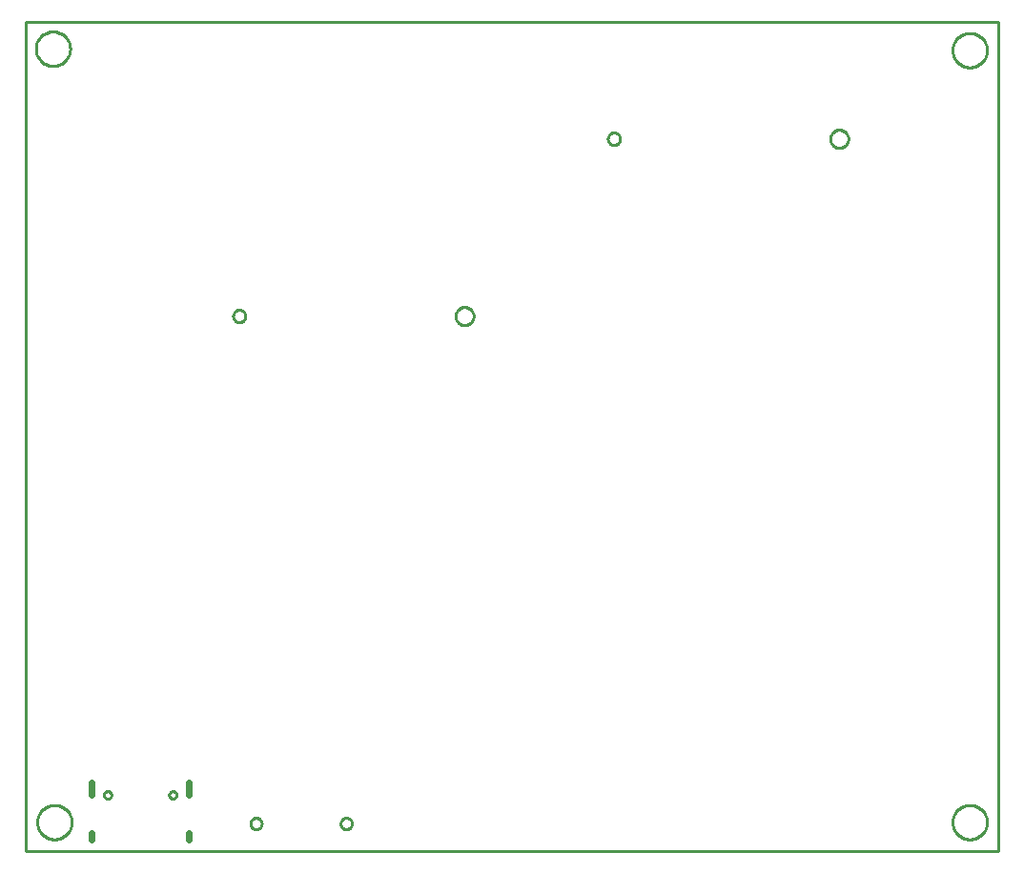
<source format=gko>
G04 EAGLE Gerber RS-274X export*
G75*
%MOMM*%
%FSLAX34Y34*%
%LPD*%
%IN*%
%IPPOS*%
%AMOC8*
5,1,8,0,0,1.08239X$1,22.5*%
G01*
%ADD10C,0.203200*%
%ADD11C,0.000000*%
%ADD12C,0.600000*%
%ADD13C,0.254000*%


D10*
X863600Y0D02*
X0Y0D01*
X0Y736600D02*
X863600Y736600D01*
X863600Y0D01*
X0Y0D02*
X0Y736600D01*
D11*
X8890Y712470D02*
X8895Y712844D01*
X8908Y713218D01*
X8931Y713591D01*
X8963Y713964D01*
X9005Y714336D01*
X9055Y714706D01*
X9114Y715075D01*
X9183Y715443D01*
X9260Y715809D01*
X9347Y716173D01*
X9442Y716535D01*
X9546Y716894D01*
X9659Y717251D01*
X9781Y717604D01*
X9911Y717955D01*
X10050Y718302D01*
X10197Y718646D01*
X10353Y718986D01*
X10517Y719322D01*
X10690Y719654D01*
X10870Y719982D01*
X11058Y720305D01*
X11254Y720623D01*
X11458Y720937D01*
X11670Y721245D01*
X11889Y721548D01*
X12116Y721846D01*
X12349Y722138D01*
X12590Y722424D01*
X12838Y722705D01*
X13092Y722979D01*
X13354Y723246D01*
X13621Y723508D01*
X13895Y723762D01*
X14176Y724010D01*
X14462Y724251D01*
X14754Y724484D01*
X15052Y724711D01*
X15355Y724930D01*
X15663Y725142D01*
X15977Y725346D01*
X16295Y725542D01*
X16618Y725730D01*
X16946Y725910D01*
X17278Y726083D01*
X17614Y726247D01*
X17954Y726403D01*
X18298Y726550D01*
X18645Y726689D01*
X18996Y726819D01*
X19349Y726941D01*
X19706Y727054D01*
X20065Y727158D01*
X20427Y727253D01*
X20791Y727340D01*
X21157Y727417D01*
X21525Y727486D01*
X21894Y727545D01*
X22264Y727595D01*
X22636Y727637D01*
X23009Y727669D01*
X23382Y727692D01*
X23756Y727705D01*
X24130Y727710D01*
X24504Y727705D01*
X24878Y727692D01*
X25251Y727669D01*
X25624Y727637D01*
X25996Y727595D01*
X26366Y727545D01*
X26735Y727486D01*
X27103Y727417D01*
X27469Y727340D01*
X27833Y727253D01*
X28195Y727158D01*
X28554Y727054D01*
X28911Y726941D01*
X29264Y726819D01*
X29615Y726689D01*
X29962Y726550D01*
X30306Y726403D01*
X30646Y726247D01*
X30982Y726083D01*
X31314Y725910D01*
X31642Y725730D01*
X31965Y725542D01*
X32283Y725346D01*
X32597Y725142D01*
X32905Y724930D01*
X33208Y724711D01*
X33506Y724484D01*
X33798Y724251D01*
X34084Y724010D01*
X34365Y723762D01*
X34639Y723508D01*
X34906Y723246D01*
X35168Y722979D01*
X35422Y722705D01*
X35670Y722424D01*
X35911Y722138D01*
X36144Y721846D01*
X36371Y721548D01*
X36590Y721245D01*
X36802Y720937D01*
X37006Y720623D01*
X37202Y720305D01*
X37390Y719982D01*
X37570Y719654D01*
X37743Y719322D01*
X37907Y718986D01*
X38063Y718646D01*
X38210Y718302D01*
X38349Y717955D01*
X38479Y717604D01*
X38601Y717251D01*
X38714Y716894D01*
X38818Y716535D01*
X38913Y716173D01*
X39000Y715809D01*
X39077Y715443D01*
X39146Y715075D01*
X39205Y714706D01*
X39255Y714336D01*
X39297Y713964D01*
X39329Y713591D01*
X39352Y713218D01*
X39365Y712844D01*
X39370Y712470D01*
X39365Y712096D01*
X39352Y711722D01*
X39329Y711349D01*
X39297Y710976D01*
X39255Y710604D01*
X39205Y710234D01*
X39146Y709865D01*
X39077Y709497D01*
X39000Y709131D01*
X38913Y708767D01*
X38818Y708405D01*
X38714Y708046D01*
X38601Y707689D01*
X38479Y707336D01*
X38349Y706985D01*
X38210Y706638D01*
X38063Y706294D01*
X37907Y705954D01*
X37743Y705618D01*
X37570Y705286D01*
X37390Y704958D01*
X37202Y704635D01*
X37006Y704317D01*
X36802Y704003D01*
X36590Y703695D01*
X36371Y703392D01*
X36144Y703094D01*
X35911Y702802D01*
X35670Y702516D01*
X35422Y702235D01*
X35168Y701961D01*
X34906Y701694D01*
X34639Y701432D01*
X34365Y701178D01*
X34084Y700930D01*
X33798Y700689D01*
X33506Y700456D01*
X33208Y700229D01*
X32905Y700010D01*
X32597Y699798D01*
X32283Y699594D01*
X31965Y699398D01*
X31642Y699210D01*
X31314Y699030D01*
X30982Y698857D01*
X30646Y698693D01*
X30306Y698537D01*
X29962Y698390D01*
X29615Y698251D01*
X29264Y698121D01*
X28911Y697999D01*
X28554Y697886D01*
X28195Y697782D01*
X27833Y697687D01*
X27469Y697600D01*
X27103Y697523D01*
X26735Y697454D01*
X26366Y697395D01*
X25996Y697345D01*
X25624Y697303D01*
X25251Y697271D01*
X24878Y697248D01*
X24504Y697235D01*
X24130Y697230D01*
X23756Y697235D01*
X23382Y697248D01*
X23009Y697271D01*
X22636Y697303D01*
X22264Y697345D01*
X21894Y697395D01*
X21525Y697454D01*
X21157Y697523D01*
X20791Y697600D01*
X20427Y697687D01*
X20065Y697782D01*
X19706Y697886D01*
X19349Y697999D01*
X18996Y698121D01*
X18645Y698251D01*
X18298Y698390D01*
X17954Y698537D01*
X17614Y698693D01*
X17278Y698857D01*
X16946Y699030D01*
X16618Y699210D01*
X16295Y699398D01*
X15977Y699594D01*
X15663Y699798D01*
X15355Y700010D01*
X15052Y700229D01*
X14754Y700456D01*
X14462Y700689D01*
X14176Y700930D01*
X13895Y701178D01*
X13621Y701432D01*
X13354Y701694D01*
X13092Y701961D01*
X12838Y702235D01*
X12590Y702516D01*
X12349Y702802D01*
X12116Y703094D01*
X11889Y703392D01*
X11670Y703695D01*
X11458Y704003D01*
X11254Y704317D01*
X11058Y704635D01*
X10870Y704958D01*
X10690Y705286D01*
X10517Y705618D01*
X10353Y705954D01*
X10197Y706294D01*
X10050Y706638D01*
X9911Y706985D01*
X9781Y707336D01*
X9659Y707689D01*
X9546Y708046D01*
X9442Y708405D01*
X9347Y708767D01*
X9260Y709131D01*
X9183Y709497D01*
X9114Y709865D01*
X9055Y710234D01*
X9005Y710604D01*
X8963Y710976D01*
X8931Y711349D01*
X8908Y711722D01*
X8895Y712096D01*
X8890Y712470D01*
X822960Y711200D02*
X822965Y711574D01*
X822978Y711948D01*
X823001Y712321D01*
X823033Y712694D01*
X823075Y713066D01*
X823125Y713436D01*
X823184Y713805D01*
X823253Y714173D01*
X823330Y714539D01*
X823417Y714903D01*
X823512Y715265D01*
X823616Y715624D01*
X823729Y715981D01*
X823851Y716334D01*
X823981Y716685D01*
X824120Y717032D01*
X824267Y717376D01*
X824423Y717716D01*
X824587Y718052D01*
X824760Y718384D01*
X824940Y718712D01*
X825128Y719035D01*
X825324Y719353D01*
X825528Y719667D01*
X825740Y719975D01*
X825959Y720278D01*
X826186Y720576D01*
X826419Y720868D01*
X826660Y721154D01*
X826908Y721435D01*
X827162Y721709D01*
X827424Y721976D01*
X827691Y722238D01*
X827965Y722492D01*
X828246Y722740D01*
X828532Y722981D01*
X828824Y723214D01*
X829122Y723441D01*
X829425Y723660D01*
X829733Y723872D01*
X830047Y724076D01*
X830365Y724272D01*
X830688Y724460D01*
X831016Y724640D01*
X831348Y724813D01*
X831684Y724977D01*
X832024Y725133D01*
X832368Y725280D01*
X832715Y725419D01*
X833066Y725549D01*
X833419Y725671D01*
X833776Y725784D01*
X834135Y725888D01*
X834497Y725983D01*
X834861Y726070D01*
X835227Y726147D01*
X835595Y726216D01*
X835964Y726275D01*
X836334Y726325D01*
X836706Y726367D01*
X837079Y726399D01*
X837452Y726422D01*
X837826Y726435D01*
X838200Y726440D01*
X838574Y726435D01*
X838948Y726422D01*
X839321Y726399D01*
X839694Y726367D01*
X840066Y726325D01*
X840436Y726275D01*
X840805Y726216D01*
X841173Y726147D01*
X841539Y726070D01*
X841903Y725983D01*
X842265Y725888D01*
X842624Y725784D01*
X842981Y725671D01*
X843334Y725549D01*
X843685Y725419D01*
X844032Y725280D01*
X844376Y725133D01*
X844716Y724977D01*
X845052Y724813D01*
X845384Y724640D01*
X845712Y724460D01*
X846035Y724272D01*
X846353Y724076D01*
X846667Y723872D01*
X846975Y723660D01*
X847278Y723441D01*
X847576Y723214D01*
X847868Y722981D01*
X848154Y722740D01*
X848435Y722492D01*
X848709Y722238D01*
X848976Y721976D01*
X849238Y721709D01*
X849492Y721435D01*
X849740Y721154D01*
X849981Y720868D01*
X850214Y720576D01*
X850441Y720278D01*
X850660Y719975D01*
X850872Y719667D01*
X851076Y719353D01*
X851272Y719035D01*
X851460Y718712D01*
X851640Y718384D01*
X851813Y718052D01*
X851977Y717716D01*
X852133Y717376D01*
X852280Y717032D01*
X852419Y716685D01*
X852549Y716334D01*
X852671Y715981D01*
X852784Y715624D01*
X852888Y715265D01*
X852983Y714903D01*
X853070Y714539D01*
X853147Y714173D01*
X853216Y713805D01*
X853275Y713436D01*
X853325Y713066D01*
X853367Y712694D01*
X853399Y712321D01*
X853422Y711948D01*
X853435Y711574D01*
X853440Y711200D01*
X853435Y710826D01*
X853422Y710452D01*
X853399Y710079D01*
X853367Y709706D01*
X853325Y709334D01*
X853275Y708964D01*
X853216Y708595D01*
X853147Y708227D01*
X853070Y707861D01*
X852983Y707497D01*
X852888Y707135D01*
X852784Y706776D01*
X852671Y706419D01*
X852549Y706066D01*
X852419Y705715D01*
X852280Y705368D01*
X852133Y705024D01*
X851977Y704684D01*
X851813Y704348D01*
X851640Y704016D01*
X851460Y703688D01*
X851272Y703365D01*
X851076Y703047D01*
X850872Y702733D01*
X850660Y702425D01*
X850441Y702122D01*
X850214Y701824D01*
X849981Y701532D01*
X849740Y701246D01*
X849492Y700965D01*
X849238Y700691D01*
X848976Y700424D01*
X848709Y700162D01*
X848435Y699908D01*
X848154Y699660D01*
X847868Y699419D01*
X847576Y699186D01*
X847278Y698959D01*
X846975Y698740D01*
X846667Y698528D01*
X846353Y698324D01*
X846035Y698128D01*
X845712Y697940D01*
X845384Y697760D01*
X845052Y697587D01*
X844716Y697423D01*
X844376Y697267D01*
X844032Y697120D01*
X843685Y696981D01*
X843334Y696851D01*
X842981Y696729D01*
X842624Y696616D01*
X842265Y696512D01*
X841903Y696417D01*
X841539Y696330D01*
X841173Y696253D01*
X840805Y696184D01*
X840436Y696125D01*
X840066Y696075D01*
X839694Y696033D01*
X839321Y696001D01*
X838948Y695978D01*
X838574Y695965D01*
X838200Y695960D01*
X837826Y695965D01*
X837452Y695978D01*
X837079Y696001D01*
X836706Y696033D01*
X836334Y696075D01*
X835964Y696125D01*
X835595Y696184D01*
X835227Y696253D01*
X834861Y696330D01*
X834497Y696417D01*
X834135Y696512D01*
X833776Y696616D01*
X833419Y696729D01*
X833066Y696851D01*
X832715Y696981D01*
X832368Y697120D01*
X832024Y697267D01*
X831684Y697423D01*
X831348Y697587D01*
X831016Y697760D01*
X830688Y697940D01*
X830365Y698128D01*
X830047Y698324D01*
X829733Y698528D01*
X829425Y698740D01*
X829122Y698959D01*
X828824Y699186D01*
X828532Y699419D01*
X828246Y699660D01*
X827965Y699908D01*
X827691Y700162D01*
X827424Y700424D01*
X827162Y700691D01*
X826908Y700965D01*
X826660Y701246D01*
X826419Y701532D01*
X826186Y701824D01*
X825959Y702122D01*
X825740Y702425D01*
X825528Y702733D01*
X825324Y703047D01*
X825128Y703365D01*
X824940Y703688D01*
X824760Y704016D01*
X824587Y704348D01*
X824423Y704684D01*
X824267Y705024D01*
X824120Y705368D01*
X823981Y705715D01*
X823851Y706066D01*
X823729Y706419D01*
X823616Y706776D01*
X823512Y707135D01*
X823417Y707497D01*
X823330Y707861D01*
X823253Y708227D01*
X823184Y708595D01*
X823125Y708964D01*
X823075Y709334D01*
X823033Y709706D01*
X823001Y710079D01*
X822978Y710452D01*
X822965Y710826D01*
X822960Y711200D01*
X822960Y25400D02*
X822965Y25774D01*
X822978Y26148D01*
X823001Y26521D01*
X823033Y26894D01*
X823075Y27266D01*
X823125Y27636D01*
X823184Y28005D01*
X823253Y28373D01*
X823330Y28739D01*
X823417Y29103D01*
X823512Y29465D01*
X823616Y29824D01*
X823729Y30181D01*
X823851Y30534D01*
X823981Y30885D01*
X824120Y31232D01*
X824267Y31576D01*
X824423Y31916D01*
X824587Y32252D01*
X824760Y32584D01*
X824940Y32912D01*
X825128Y33235D01*
X825324Y33553D01*
X825528Y33867D01*
X825740Y34175D01*
X825959Y34478D01*
X826186Y34776D01*
X826419Y35068D01*
X826660Y35354D01*
X826908Y35635D01*
X827162Y35909D01*
X827424Y36176D01*
X827691Y36438D01*
X827965Y36692D01*
X828246Y36940D01*
X828532Y37181D01*
X828824Y37414D01*
X829122Y37641D01*
X829425Y37860D01*
X829733Y38072D01*
X830047Y38276D01*
X830365Y38472D01*
X830688Y38660D01*
X831016Y38840D01*
X831348Y39013D01*
X831684Y39177D01*
X832024Y39333D01*
X832368Y39480D01*
X832715Y39619D01*
X833066Y39749D01*
X833419Y39871D01*
X833776Y39984D01*
X834135Y40088D01*
X834497Y40183D01*
X834861Y40270D01*
X835227Y40347D01*
X835595Y40416D01*
X835964Y40475D01*
X836334Y40525D01*
X836706Y40567D01*
X837079Y40599D01*
X837452Y40622D01*
X837826Y40635D01*
X838200Y40640D01*
X838574Y40635D01*
X838948Y40622D01*
X839321Y40599D01*
X839694Y40567D01*
X840066Y40525D01*
X840436Y40475D01*
X840805Y40416D01*
X841173Y40347D01*
X841539Y40270D01*
X841903Y40183D01*
X842265Y40088D01*
X842624Y39984D01*
X842981Y39871D01*
X843334Y39749D01*
X843685Y39619D01*
X844032Y39480D01*
X844376Y39333D01*
X844716Y39177D01*
X845052Y39013D01*
X845384Y38840D01*
X845712Y38660D01*
X846035Y38472D01*
X846353Y38276D01*
X846667Y38072D01*
X846975Y37860D01*
X847278Y37641D01*
X847576Y37414D01*
X847868Y37181D01*
X848154Y36940D01*
X848435Y36692D01*
X848709Y36438D01*
X848976Y36176D01*
X849238Y35909D01*
X849492Y35635D01*
X849740Y35354D01*
X849981Y35068D01*
X850214Y34776D01*
X850441Y34478D01*
X850660Y34175D01*
X850872Y33867D01*
X851076Y33553D01*
X851272Y33235D01*
X851460Y32912D01*
X851640Y32584D01*
X851813Y32252D01*
X851977Y31916D01*
X852133Y31576D01*
X852280Y31232D01*
X852419Y30885D01*
X852549Y30534D01*
X852671Y30181D01*
X852784Y29824D01*
X852888Y29465D01*
X852983Y29103D01*
X853070Y28739D01*
X853147Y28373D01*
X853216Y28005D01*
X853275Y27636D01*
X853325Y27266D01*
X853367Y26894D01*
X853399Y26521D01*
X853422Y26148D01*
X853435Y25774D01*
X853440Y25400D01*
X853435Y25026D01*
X853422Y24652D01*
X853399Y24279D01*
X853367Y23906D01*
X853325Y23534D01*
X853275Y23164D01*
X853216Y22795D01*
X853147Y22427D01*
X853070Y22061D01*
X852983Y21697D01*
X852888Y21335D01*
X852784Y20976D01*
X852671Y20619D01*
X852549Y20266D01*
X852419Y19915D01*
X852280Y19568D01*
X852133Y19224D01*
X851977Y18884D01*
X851813Y18548D01*
X851640Y18216D01*
X851460Y17888D01*
X851272Y17565D01*
X851076Y17247D01*
X850872Y16933D01*
X850660Y16625D01*
X850441Y16322D01*
X850214Y16024D01*
X849981Y15732D01*
X849740Y15446D01*
X849492Y15165D01*
X849238Y14891D01*
X848976Y14624D01*
X848709Y14362D01*
X848435Y14108D01*
X848154Y13860D01*
X847868Y13619D01*
X847576Y13386D01*
X847278Y13159D01*
X846975Y12940D01*
X846667Y12728D01*
X846353Y12524D01*
X846035Y12328D01*
X845712Y12140D01*
X845384Y11960D01*
X845052Y11787D01*
X844716Y11623D01*
X844376Y11467D01*
X844032Y11320D01*
X843685Y11181D01*
X843334Y11051D01*
X842981Y10929D01*
X842624Y10816D01*
X842265Y10712D01*
X841903Y10617D01*
X841539Y10530D01*
X841173Y10453D01*
X840805Y10384D01*
X840436Y10325D01*
X840066Y10275D01*
X839694Y10233D01*
X839321Y10201D01*
X838948Y10178D01*
X838574Y10165D01*
X838200Y10160D01*
X837826Y10165D01*
X837452Y10178D01*
X837079Y10201D01*
X836706Y10233D01*
X836334Y10275D01*
X835964Y10325D01*
X835595Y10384D01*
X835227Y10453D01*
X834861Y10530D01*
X834497Y10617D01*
X834135Y10712D01*
X833776Y10816D01*
X833419Y10929D01*
X833066Y11051D01*
X832715Y11181D01*
X832368Y11320D01*
X832024Y11467D01*
X831684Y11623D01*
X831348Y11787D01*
X831016Y11960D01*
X830688Y12140D01*
X830365Y12328D01*
X830047Y12524D01*
X829733Y12728D01*
X829425Y12940D01*
X829122Y13159D01*
X828824Y13386D01*
X828532Y13619D01*
X828246Y13860D01*
X827965Y14108D01*
X827691Y14362D01*
X827424Y14624D01*
X827162Y14891D01*
X826908Y15165D01*
X826660Y15446D01*
X826419Y15732D01*
X826186Y16024D01*
X825959Y16322D01*
X825740Y16625D01*
X825528Y16933D01*
X825324Y17247D01*
X825128Y17565D01*
X824940Y17888D01*
X824760Y18216D01*
X824587Y18548D01*
X824423Y18884D01*
X824267Y19224D01*
X824120Y19568D01*
X823981Y19915D01*
X823851Y20266D01*
X823729Y20619D01*
X823616Y20976D01*
X823512Y21335D01*
X823417Y21697D01*
X823330Y22061D01*
X823253Y22427D01*
X823184Y22795D01*
X823125Y23164D01*
X823075Y23534D01*
X823033Y23906D01*
X823001Y24279D01*
X822978Y24652D01*
X822965Y25026D01*
X822960Y25400D01*
X10160Y25400D02*
X10165Y25774D01*
X10178Y26148D01*
X10201Y26521D01*
X10233Y26894D01*
X10275Y27266D01*
X10325Y27636D01*
X10384Y28005D01*
X10453Y28373D01*
X10530Y28739D01*
X10617Y29103D01*
X10712Y29465D01*
X10816Y29824D01*
X10929Y30181D01*
X11051Y30534D01*
X11181Y30885D01*
X11320Y31232D01*
X11467Y31576D01*
X11623Y31916D01*
X11787Y32252D01*
X11960Y32584D01*
X12140Y32912D01*
X12328Y33235D01*
X12524Y33553D01*
X12728Y33867D01*
X12940Y34175D01*
X13159Y34478D01*
X13386Y34776D01*
X13619Y35068D01*
X13860Y35354D01*
X14108Y35635D01*
X14362Y35909D01*
X14624Y36176D01*
X14891Y36438D01*
X15165Y36692D01*
X15446Y36940D01*
X15732Y37181D01*
X16024Y37414D01*
X16322Y37641D01*
X16625Y37860D01*
X16933Y38072D01*
X17247Y38276D01*
X17565Y38472D01*
X17888Y38660D01*
X18216Y38840D01*
X18548Y39013D01*
X18884Y39177D01*
X19224Y39333D01*
X19568Y39480D01*
X19915Y39619D01*
X20266Y39749D01*
X20619Y39871D01*
X20976Y39984D01*
X21335Y40088D01*
X21697Y40183D01*
X22061Y40270D01*
X22427Y40347D01*
X22795Y40416D01*
X23164Y40475D01*
X23534Y40525D01*
X23906Y40567D01*
X24279Y40599D01*
X24652Y40622D01*
X25026Y40635D01*
X25400Y40640D01*
X25774Y40635D01*
X26148Y40622D01*
X26521Y40599D01*
X26894Y40567D01*
X27266Y40525D01*
X27636Y40475D01*
X28005Y40416D01*
X28373Y40347D01*
X28739Y40270D01*
X29103Y40183D01*
X29465Y40088D01*
X29824Y39984D01*
X30181Y39871D01*
X30534Y39749D01*
X30885Y39619D01*
X31232Y39480D01*
X31576Y39333D01*
X31916Y39177D01*
X32252Y39013D01*
X32584Y38840D01*
X32912Y38660D01*
X33235Y38472D01*
X33553Y38276D01*
X33867Y38072D01*
X34175Y37860D01*
X34478Y37641D01*
X34776Y37414D01*
X35068Y37181D01*
X35354Y36940D01*
X35635Y36692D01*
X35909Y36438D01*
X36176Y36176D01*
X36438Y35909D01*
X36692Y35635D01*
X36940Y35354D01*
X37181Y35068D01*
X37414Y34776D01*
X37641Y34478D01*
X37860Y34175D01*
X38072Y33867D01*
X38276Y33553D01*
X38472Y33235D01*
X38660Y32912D01*
X38840Y32584D01*
X39013Y32252D01*
X39177Y31916D01*
X39333Y31576D01*
X39480Y31232D01*
X39619Y30885D01*
X39749Y30534D01*
X39871Y30181D01*
X39984Y29824D01*
X40088Y29465D01*
X40183Y29103D01*
X40270Y28739D01*
X40347Y28373D01*
X40416Y28005D01*
X40475Y27636D01*
X40525Y27266D01*
X40567Y26894D01*
X40599Y26521D01*
X40622Y26148D01*
X40635Y25774D01*
X40640Y25400D01*
X40635Y25026D01*
X40622Y24652D01*
X40599Y24279D01*
X40567Y23906D01*
X40525Y23534D01*
X40475Y23164D01*
X40416Y22795D01*
X40347Y22427D01*
X40270Y22061D01*
X40183Y21697D01*
X40088Y21335D01*
X39984Y20976D01*
X39871Y20619D01*
X39749Y20266D01*
X39619Y19915D01*
X39480Y19568D01*
X39333Y19224D01*
X39177Y18884D01*
X39013Y18548D01*
X38840Y18216D01*
X38660Y17888D01*
X38472Y17565D01*
X38276Y17247D01*
X38072Y16933D01*
X37860Y16625D01*
X37641Y16322D01*
X37414Y16024D01*
X37181Y15732D01*
X36940Y15446D01*
X36692Y15165D01*
X36438Y14891D01*
X36176Y14624D01*
X35909Y14362D01*
X35635Y14108D01*
X35354Y13860D01*
X35068Y13619D01*
X34776Y13386D01*
X34478Y13159D01*
X34175Y12940D01*
X33867Y12728D01*
X33553Y12524D01*
X33235Y12328D01*
X32912Y12140D01*
X32584Y11960D01*
X32252Y11787D01*
X31916Y11623D01*
X31576Y11467D01*
X31232Y11320D01*
X30885Y11181D01*
X30534Y11051D01*
X30181Y10929D01*
X29824Y10816D01*
X29465Y10712D01*
X29103Y10617D01*
X28739Y10530D01*
X28373Y10453D01*
X28005Y10384D01*
X27636Y10325D01*
X27266Y10275D01*
X26894Y10233D01*
X26521Y10201D01*
X26148Y10178D01*
X25774Y10165D01*
X25400Y10160D01*
X25026Y10165D01*
X24652Y10178D01*
X24279Y10201D01*
X23906Y10233D01*
X23534Y10275D01*
X23164Y10325D01*
X22795Y10384D01*
X22427Y10453D01*
X22061Y10530D01*
X21697Y10617D01*
X21335Y10712D01*
X20976Y10816D01*
X20619Y10929D01*
X20266Y11051D01*
X19915Y11181D01*
X19568Y11320D01*
X19224Y11467D01*
X18884Y11623D01*
X18548Y11787D01*
X18216Y11960D01*
X17888Y12140D01*
X17565Y12328D01*
X17247Y12524D01*
X16933Y12728D01*
X16625Y12940D01*
X16322Y13159D01*
X16024Y13386D01*
X15732Y13619D01*
X15446Y13860D01*
X15165Y14108D01*
X14891Y14362D01*
X14624Y14624D01*
X14362Y14891D01*
X14108Y15165D01*
X13860Y15446D01*
X13619Y15732D01*
X13386Y16024D01*
X13159Y16322D01*
X12940Y16625D01*
X12728Y16933D01*
X12524Y17247D01*
X12328Y17565D01*
X12140Y17888D01*
X11960Y18216D01*
X11787Y18548D01*
X11623Y18884D01*
X11467Y19224D01*
X11320Y19568D01*
X11181Y19915D01*
X11051Y20266D01*
X10929Y20619D01*
X10816Y20976D01*
X10712Y21335D01*
X10617Y21697D01*
X10530Y22061D01*
X10453Y22427D01*
X10384Y22795D01*
X10325Y23164D01*
X10275Y23534D01*
X10233Y23906D01*
X10201Y24279D01*
X10178Y24652D01*
X10165Y25026D01*
X10160Y25400D01*
X184060Y474980D02*
X184062Y475128D01*
X184068Y475276D01*
X184078Y475424D01*
X184092Y475572D01*
X184110Y475719D01*
X184132Y475866D01*
X184158Y476012D01*
X184187Y476157D01*
X184221Y476302D01*
X184259Y476445D01*
X184300Y476588D01*
X184345Y476729D01*
X184395Y476869D01*
X184447Y477007D01*
X184504Y477145D01*
X184564Y477280D01*
X184628Y477414D01*
X184695Y477546D01*
X184766Y477676D01*
X184841Y477805D01*
X184919Y477931D01*
X185000Y478055D01*
X185084Y478177D01*
X185172Y478296D01*
X185263Y478413D01*
X185357Y478528D01*
X185455Y478640D01*
X185555Y478749D01*
X185658Y478856D01*
X185764Y478960D01*
X185872Y479061D01*
X185984Y479159D01*
X186098Y479254D01*
X186214Y479345D01*
X186333Y479434D01*
X186454Y479519D01*
X186578Y479601D01*
X186704Y479680D01*
X186831Y479755D01*
X186961Y479827D01*
X187093Y479896D01*
X187226Y479960D01*
X187361Y480021D01*
X187498Y480079D01*
X187636Y480133D01*
X187776Y480183D01*
X187917Y480229D01*
X188059Y480271D01*
X188202Y480310D01*
X188346Y480344D01*
X188492Y480375D01*
X188637Y480402D01*
X188784Y480425D01*
X188931Y480444D01*
X189079Y480459D01*
X189226Y480470D01*
X189375Y480477D01*
X189523Y480480D01*
X189671Y480479D01*
X189819Y480474D01*
X189967Y480465D01*
X190115Y480452D01*
X190263Y480435D01*
X190409Y480414D01*
X190556Y480389D01*
X190701Y480360D01*
X190846Y480328D01*
X190989Y480291D01*
X191132Y480251D01*
X191274Y480206D01*
X191414Y480158D01*
X191553Y480106D01*
X191690Y480051D01*
X191826Y479991D01*
X191961Y479928D01*
X192093Y479862D01*
X192224Y479792D01*
X192353Y479718D01*
X192479Y479641D01*
X192604Y479561D01*
X192726Y479477D01*
X192847Y479390D01*
X192964Y479300D01*
X193080Y479206D01*
X193192Y479110D01*
X193302Y479011D01*
X193410Y478908D01*
X193514Y478803D01*
X193616Y478695D01*
X193714Y478584D01*
X193810Y478471D01*
X193903Y478355D01*
X193992Y478237D01*
X194078Y478116D01*
X194161Y477993D01*
X194241Y477868D01*
X194317Y477741D01*
X194390Y477611D01*
X194459Y477480D01*
X194524Y477347D01*
X194587Y477213D01*
X194645Y477076D01*
X194700Y476938D01*
X194750Y476799D01*
X194798Y476658D01*
X194841Y476517D01*
X194881Y476374D01*
X194916Y476230D01*
X194948Y476085D01*
X194976Y475939D01*
X195000Y475793D01*
X195020Y475646D01*
X195036Y475498D01*
X195048Y475351D01*
X195056Y475202D01*
X195060Y475054D01*
X195060Y474906D01*
X195056Y474758D01*
X195048Y474609D01*
X195036Y474462D01*
X195020Y474314D01*
X195000Y474167D01*
X194976Y474021D01*
X194948Y473875D01*
X194916Y473730D01*
X194881Y473586D01*
X194841Y473443D01*
X194798Y473302D01*
X194750Y473161D01*
X194700Y473022D01*
X194645Y472884D01*
X194587Y472747D01*
X194524Y472613D01*
X194459Y472480D01*
X194390Y472349D01*
X194317Y472219D01*
X194241Y472092D01*
X194161Y471967D01*
X194078Y471844D01*
X193992Y471723D01*
X193903Y471605D01*
X193810Y471489D01*
X193714Y471376D01*
X193616Y471265D01*
X193514Y471157D01*
X193410Y471052D01*
X193302Y470949D01*
X193192Y470850D01*
X193080Y470754D01*
X192964Y470660D01*
X192847Y470570D01*
X192726Y470483D01*
X192604Y470399D01*
X192479Y470319D01*
X192353Y470242D01*
X192224Y470168D01*
X192093Y470098D01*
X191961Y470032D01*
X191826Y469969D01*
X191690Y469909D01*
X191553Y469854D01*
X191414Y469802D01*
X191274Y469754D01*
X191132Y469709D01*
X190989Y469669D01*
X190846Y469632D01*
X190701Y469600D01*
X190556Y469571D01*
X190409Y469546D01*
X190263Y469525D01*
X190115Y469508D01*
X189967Y469495D01*
X189819Y469486D01*
X189671Y469481D01*
X189523Y469480D01*
X189375Y469483D01*
X189226Y469490D01*
X189079Y469501D01*
X188931Y469516D01*
X188784Y469535D01*
X188637Y469558D01*
X188492Y469585D01*
X188346Y469616D01*
X188202Y469650D01*
X188059Y469689D01*
X187917Y469731D01*
X187776Y469777D01*
X187636Y469827D01*
X187498Y469881D01*
X187361Y469939D01*
X187226Y470000D01*
X187093Y470064D01*
X186961Y470133D01*
X186831Y470205D01*
X186704Y470280D01*
X186578Y470359D01*
X186454Y470441D01*
X186333Y470526D01*
X186214Y470615D01*
X186098Y470706D01*
X185984Y470801D01*
X185872Y470899D01*
X185764Y471000D01*
X185658Y471104D01*
X185555Y471211D01*
X185455Y471320D01*
X185357Y471432D01*
X185263Y471547D01*
X185172Y471664D01*
X185084Y471783D01*
X185000Y471905D01*
X184919Y472029D01*
X184841Y472155D01*
X184766Y472284D01*
X184695Y472414D01*
X184628Y472546D01*
X184564Y472680D01*
X184504Y472815D01*
X184447Y472953D01*
X184395Y473091D01*
X184345Y473231D01*
X184300Y473372D01*
X184259Y473515D01*
X184221Y473658D01*
X184187Y473803D01*
X184158Y473948D01*
X184132Y474094D01*
X184110Y474241D01*
X184092Y474388D01*
X184078Y474536D01*
X184068Y474684D01*
X184062Y474832D01*
X184060Y474980D01*
X381560Y474980D02*
X381562Y475176D01*
X381570Y475373D01*
X381582Y475569D01*
X381599Y475764D01*
X381620Y475959D01*
X381647Y476154D01*
X381678Y476348D01*
X381714Y476541D01*
X381754Y476733D01*
X381800Y476924D01*
X381850Y477114D01*
X381904Y477302D01*
X381964Y477489D01*
X382028Y477675D01*
X382096Y477859D01*
X382169Y478041D01*
X382246Y478222D01*
X382328Y478400D01*
X382414Y478577D01*
X382505Y478751D01*
X382599Y478923D01*
X382698Y479093D01*
X382801Y479260D01*
X382908Y479425D01*
X383019Y479586D01*
X383134Y479746D01*
X383253Y479902D01*
X383376Y480055D01*
X383502Y480205D01*
X383632Y480352D01*
X383766Y480496D01*
X383903Y480637D01*
X384044Y480774D01*
X384188Y480908D01*
X384335Y481038D01*
X384485Y481164D01*
X384638Y481287D01*
X384794Y481406D01*
X384954Y481521D01*
X385115Y481632D01*
X385280Y481739D01*
X385447Y481842D01*
X385617Y481941D01*
X385789Y482035D01*
X385963Y482126D01*
X386140Y482212D01*
X386318Y482294D01*
X386499Y482371D01*
X386681Y482444D01*
X386865Y482512D01*
X387051Y482576D01*
X387238Y482636D01*
X387426Y482690D01*
X387616Y482740D01*
X387807Y482786D01*
X387999Y482826D01*
X388192Y482862D01*
X388386Y482893D01*
X388581Y482920D01*
X388776Y482941D01*
X388971Y482958D01*
X389167Y482970D01*
X389364Y482978D01*
X389560Y482980D01*
X389756Y482978D01*
X389953Y482970D01*
X390149Y482958D01*
X390344Y482941D01*
X390539Y482920D01*
X390734Y482893D01*
X390928Y482862D01*
X391121Y482826D01*
X391313Y482786D01*
X391504Y482740D01*
X391694Y482690D01*
X391882Y482636D01*
X392069Y482576D01*
X392255Y482512D01*
X392439Y482444D01*
X392621Y482371D01*
X392802Y482294D01*
X392980Y482212D01*
X393157Y482126D01*
X393331Y482035D01*
X393503Y481941D01*
X393673Y481842D01*
X393840Y481739D01*
X394005Y481632D01*
X394166Y481521D01*
X394326Y481406D01*
X394482Y481287D01*
X394635Y481164D01*
X394785Y481038D01*
X394932Y480908D01*
X395076Y480774D01*
X395217Y480637D01*
X395354Y480496D01*
X395488Y480352D01*
X395618Y480205D01*
X395744Y480055D01*
X395867Y479902D01*
X395986Y479746D01*
X396101Y479586D01*
X396212Y479425D01*
X396319Y479260D01*
X396422Y479093D01*
X396521Y478923D01*
X396615Y478751D01*
X396706Y478577D01*
X396792Y478400D01*
X396874Y478222D01*
X396951Y478041D01*
X397024Y477859D01*
X397092Y477675D01*
X397156Y477489D01*
X397216Y477302D01*
X397270Y477114D01*
X397320Y476924D01*
X397366Y476733D01*
X397406Y476541D01*
X397442Y476348D01*
X397473Y476154D01*
X397500Y475959D01*
X397521Y475764D01*
X397538Y475569D01*
X397550Y475373D01*
X397558Y475176D01*
X397560Y474980D01*
X397558Y474784D01*
X397550Y474587D01*
X397538Y474391D01*
X397521Y474196D01*
X397500Y474001D01*
X397473Y473806D01*
X397442Y473612D01*
X397406Y473419D01*
X397366Y473227D01*
X397320Y473036D01*
X397270Y472846D01*
X397216Y472658D01*
X397156Y472471D01*
X397092Y472285D01*
X397024Y472101D01*
X396951Y471919D01*
X396874Y471738D01*
X396792Y471560D01*
X396706Y471383D01*
X396615Y471209D01*
X396521Y471037D01*
X396422Y470867D01*
X396319Y470700D01*
X396212Y470535D01*
X396101Y470374D01*
X395986Y470214D01*
X395867Y470058D01*
X395744Y469905D01*
X395618Y469755D01*
X395488Y469608D01*
X395354Y469464D01*
X395217Y469323D01*
X395076Y469186D01*
X394932Y469052D01*
X394785Y468922D01*
X394635Y468796D01*
X394482Y468673D01*
X394326Y468554D01*
X394166Y468439D01*
X394005Y468328D01*
X393840Y468221D01*
X393673Y468118D01*
X393503Y468019D01*
X393331Y467925D01*
X393157Y467834D01*
X392980Y467748D01*
X392802Y467666D01*
X392621Y467589D01*
X392439Y467516D01*
X392255Y467448D01*
X392069Y467384D01*
X391882Y467324D01*
X391694Y467270D01*
X391504Y467220D01*
X391313Y467174D01*
X391121Y467134D01*
X390928Y467098D01*
X390734Y467067D01*
X390539Y467040D01*
X390344Y467019D01*
X390149Y467002D01*
X389953Y466990D01*
X389756Y466982D01*
X389560Y466980D01*
X389364Y466982D01*
X389167Y466990D01*
X388971Y467002D01*
X388776Y467019D01*
X388581Y467040D01*
X388386Y467067D01*
X388192Y467098D01*
X387999Y467134D01*
X387807Y467174D01*
X387616Y467220D01*
X387426Y467270D01*
X387238Y467324D01*
X387051Y467384D01*
X386865Y467448D01*
X386681Y467516D01*
X386499Y467589D01*
X386318Y467666D01*
X386140Y467748D01*
X385963Y467834D01*
X385789Y467925D01*
X385617Y468019D01*
X385447Y468118D01*
X385280Y468221D01*
X385115Y468328D01*
X384954Y468439D01*
X384794Y468554D01*
X384638Y468673D01*
X384485Y468796D01*
X384335Y468922D01*
X384188Y469052D01*
X384044Y469186D01*
X383903Y469323D01*
X383766Y469464D01*
X383632Y469608D01*
X383502Y469755D01*
X383376Y469905D01*
X383253Y470058D01*
X383134Y470214D01*
X383019Y470374D01*
X382908Y470535D01*
X382801Y470700D01*
X382698Y470867D01*
X382599Y471037D01*
X382505Y471209D01*
X382414Y471383D01*
X382328Y471560D01*
X382246Y471738D01*
X382169Y471919D01*
X382096Y472101D01*
X382028Y472285D01*
X381964Y472471D01*
X381904Y472658D01*
X381850Y472846D01*
X381800Y473036D01*
X381754Y473227D01*
X381714Y473419D01*
X381678Y473612D01*
X381647Y473806D01*
X381620Y474001D01*
X381599Y474196D01*
X381582Y474391D01*
X381570Y474587D01*
X381562Y474784D01*
X381560Y474980D01*
X516800Y632460D02*
X516802Y632608D01*
X516808Y632756D01*
X516818Y632904D01*
X516832Y633052D01*
X516850Y633199D01*
X516872Y633346D01*
X516898Y633492D01*
X516927Y633637D01*
X516961Y633782D01*
X516999Y633925D01*
X517040Y634068D01*
X517085Y634209D01*
X517135Y634349D01*
X517187Y634487D01*
X517244Y634625D01*
X517304Y634760D01*
X517368Y634894D01*
X517435Y635026D01*
X517506Y635156D01*
X517581Y635285D01*
X517659Y635411D01*
X517740Y635535D01*
X517824Y635657D01*
X517912Y635776D01*
X518003Y635893D01*
X518097Y636008D01*
X518195Y636120D01*
X518295Y636229D01*
X518398Y636336D01*
X518504Y636440D01*
X518612Y636541D01*
X518724Y636639D01*
X518838Y636734D01*
X518954Y636825D01*
X519073Y636914D01*
X519194Y636999D01*
X519318Y637081D01*
X519444Y637160D01*
X519571Y637235D01*
X519701Y637307D01*
X519833Y637376D01*
X519966Y637440D01*
X520101Y637501D01*
X520238Y637559D01*
X520376Y637613D01*
X520516Y637663D01*
X520657Y637709D01*
X520799Y637751D01*
X520942Y637790D01*
X521086Y637824D01*
X521232Y637855D01*
X521377Y637882D01*
X521524Y637905D01*
X521671Y637924D01*
X521819Y637939D01*
X521966Y637950D01*
X522115Y637957D01*
X522263Y637960D01*
X522411Y637959D01*
X522559Y637954D01*
X522707Y637945D01*
X522855Y637932D01*
X523003Y637915D01*
X523149Y637894D01*
X523296Y637869D01*
X523441Y637840D01*
X523586Y637808D01*
X523729Y637771D01*
X523872Y637731D01*
X524014Y637686D01*
X524154Y637638D01*
X524293Y637586D01*
X524430Y637531D01*
X524566Y637471D01*
X524701Y637408D01*
X524833Y637342D01*
X524964Y637272D01*
X525093Y637198D01*
X525219Y637121D01*
X525344Y637041D01*
X525466Y636957D01*
X525587Y636870D01*
X525704Y636780D01*
X525820Y636686D01*
X525932Y636590D01*
X526042Y636491D01*
X526150Y636388D01*
X526254Y636283D01*
X526356Y636175D01*
X526454Y636064D01*
X526550Y635951D01*
X526643Y635835D01*
X526732Y635717D01*
X526818Y635596D01*
X526901Y635473D01*
X526981Y635348D01*
X527057Y635221D01*
X527130Y635091D01*
X527199Y634960D01*
X527264Y634827D01*
X527327Y634693D01*
X527385Y634556D01*
X527440Y634418D01*
X527490Y634279D01*
X527538Y634138D01*
X527581Y633997D01*
X527621Y633854D01*
X527656Y633710D01*
X527688Y633565D01*
X527716Y633419D01*
X527740Y633273D01*
X527760Y633126D01*
X527776Y632978D01*
X527788Y632831D01*
X527796Y632682D01*
X527800Y632534D01*
X527800Y632386D01*
X527796Y632238D01*
X527788Y632089D01*
X527776Y631942D01*
X527760Y631794D01*
X527740Y631647D01*
X527716Y631501D01*
X527688Y631355D01*
X527656Y631210D01*
X527621Y631066D01*
X527581Y630923D01*
X527538Y630782D01*
X527490Y630641D01*
X527440Y630502D01*
X527385Y630364D01*
X527327Y630227D01*
X527264Y630093D01*
X527199Y629960D01*
X527130Y629829D01*
X527057Y629699D01*
X526981Y629572D01*
X526901Y629447D01*
X526818Y629324D01*
X526732Y629203D01*
X526643Y629085D01*
X526550Y628969D01*
X526454Y628856D01*
X526356Y628745D01*
X526254Y628637D01*
X526150Y628532D01*
X526042Y628429D01*
X525932Y628330D01*
X525820Y628234D01*
X525704Y628140D01*
X525587Y628050D01*
X525466Y627963D01*
X525344Y627879D01*
X525219Y627799D01*
X525093Y627722D01*
X524964Y627648D01*
X524833Y627578D01*
X524701Y627512D01*
X524566Y627449D01*
X524430Y627389D01*
X524293Y627334D01*
X524154Y627282D01*
X524014Y627234D01*
X523872Y627189D01*
X523729Y627149D01*
X523586Y627112D01*
X523441Y627080D01*
X523296Y627051D01*
X523149Y627026D01*
X523003Y627005D01*
X522855Y626988D01*
X522707Y626975D01*
X522559Y626966D01*
X522411Y626961D01*
X522263Y626960D01*
X522115Y626963D01*
X521966Y626970D01*
X521819Y626981D01*
X521671Y626996D01*
X521524Y627015D01*
X521377Y627038D01*
X521232Y627065D01*
X521086Y627096D01*
X520942Y627130D01*
X520799Y627169D01*
X520657Y627211D01*
X520516Y627257D01*
X520376Y627307D01*
X520238Y627361D01*
X520101Y627419D01*
X519966Y627480D01*
X519833Y627544D01*
X519701Y627613D01*
X519571Y627685D01*
X519444Y627760D01*
X519318Y627839D01*
X519194Y627921D01*
X519073Y628006D01*
X518954Y628095D01*
X518838Y628186D01*
X518724Y628281D01*
X518612Y628379D01*
X518504Y628480D01*
X518398Y628584D01*
X518295Y628691D01*
X518195Y628800D01*
X518097Y628912D01*
X518003Y629027D01*
X517912Y629144D01*
X517824Y629263D01*
X517740Y629385D01*
X517659Y629509D01*
X517581Y629635D01*
X517506Y629764D01*
X517435Y629894D01*
X517368Y630026D01*
X517304Y630160D01*
X517244Y630295D01*
X517187Y630433D01*
X517135Y630571D01*
X517085Y630711D01*
X517040Y630852D01*
X516999Y630995D01*
X516961Y631138D01*
X516927Y631283D01*
X516898Y631428D01*
X516872Y631574D01*
X516850Y631721D01*
X516832Y631868D01*
X516818Y632016D01*
X516808Y632164D01*
X516802Y632312D01*
X516800Y632460D01*
X714300Y632460D02*
X714302Y632656D01*
X714310Y632853D01*
X714322Y633049D01*
X714339Y633244D01*
X714360Y633439D01*
X714387Y633634D01*
X714418Y633828D01*
X714454Y634021D01*
X714494Y634213D01*
X714540Y634404D01*
X714590Y634594D01*
X714644Y634782D01*
X714704Y634969D01*
X714768Y635155D01*
X714836Y635339D01*
X714909Y635521D01*
X714986Y635702D01*
X715068Y635880D01*
X715154Y636057D01*
X715245Y636231D01*
X715339Y636403D01*
X715438Y636573D01*
X715541Y636740D01*
X715648Y636905D01*
X715759Y637066D01*
X715874Y637226D01*
X715993Y637382D01*
X716116Y637535D01*
X716242Y637685D01*
X716372Y637832D01*
X716506Y637976D01*
X716643Y638117D01*
X716784Y638254D01*
X716928Y638388D01*
X717075Y638518D01*
X717225Y638644D01*
X717378Y638767D01*
X717534Y638886D01*
X717694Y639001D01*
X717855Y639112D01*
X718020Y639219D01*
X718187Y639322D01*
X718357Y639421D01*
X718529Y639515D01*
X718703Y639606D01*
X718880Y639692D01*
X719058Y639774D01*
X719239Y639851D01*
X719421Y639924D01*
X719605Y639992D01*
X719791Y640056D01*
X719978Y640116D01*
X720166Y640170D01*
X720356Y640220D01*
X720547Y640266D01*
X720739Y640306D01*
X720932Y640342D01*
X721126Y640373D01*
X721321Y640400D01*
X721516Y640421D01*
X721711Y640438D01*
X721907Y640450D01*
X722104Y640458D01*
X722300Y640460D01*
X722496Y640458D01*
X722693Y640450D01*
X722889Y640438D01*
X723084Y640421D01*
X723279Y640400D01*
X723474Y640373D01*
X723668Y640342D01*
X723861Y640306D01*
X724053Y640266D01*
X724244Y640220D01*
X724434Y640170D01*
X724622Y640116D01*
X724809Y640056D01*
X724995Y639992D01*
X725179Y639924D01*
X725361Y639851D01*
X725542Y639774D01*
X725720Y639692D01*
X725897Y639606D01*
X726071Y639515D01*
X726243Y639421D01*
X726413Y639322D01*
X726580Y639219D01*
X726745Y639112D01*
X726906Y639001D01*
X727066Y638886D01*
X727222Y638767D01*
X727375Y638644D01*
X727525Y638518D01*
X727672Y638388D01*
X727816Y638254D01*
X727957Y638117D01*
X728094Y637976D01*
X728228Y637832D01*
X728358Y637685D01*
X728484Y637535D01*
X728607Y637382D01*
X728726Y637226D01*
X728841Y637066D01*
X728952Y636905D01*
X729059Y636740D01*
X729162Y636573D01*
X729261Y636403D01*
X729355Y636231D01*
X729446Y636057D01*
X729532Y635880D01*
X729614Y635702D01*
X729691Y635521D01*
X729764Y635339D01*
X729832Y635155D01*
X729896Y634969D01*
X729956Y634782D01*
X730010Y634594D01*
X730060Y634404D01*
X730106Y634213D01*
X730146Y634021D01*
X730182Y633828D01*
X730213Y633634D01*
X730240Y633439D01*
X730261Y633244D01*
X730278Y633049D01*
X730290Y632853D01*
X730298Y632656D01*
X730300Y632460D01*
X730298Y632264D01*
X730290Y632067D01*
X730278Y631871D01*
X730261Y631676D01*
X730240Y631481D01*
X730213Y631286D01*
X730182Y631092D01*
X730146Y630899D01*
X730106Y630707D01*
X730060Y630516D01*
X730010Y630326D01*
X729956Y630138D01*
X729896Y629951D01*
X729832Y629765D01*
X729764Y629581D01*
X729691Y629399D01*
X729614Y629218D01*
X729532Y629040D01*
X729446Y628863D01*
X729355Y628689D01*
X729261Y628517D01*
X729162Y628347D01*
X729059Y628180D01*
X728952Y628015D01*
X728841Y627854D01*
X728726Y627694D01*
X728607Y627538D01*
X728484Y627385D01*
X728358Y627235D01*
X728228Y627088D01*
X728094Y626944D01*
X727957Y626803D01*
X727816Y626666D01*
X727672Y626532D01*
X727525Y626402D01*
X727375Y626276D01*
X727222Y626153D01*
X727066Y626034D01*
X726906Y625919D01*
X726745Y625808D01*
X726580Y625701D01*
X726413Y625598D01*
X726243Y625499D01*
X726071Y625405D01*
X725897Y625314D01*
X725720Y625228D01*
X725542Y625146D01*
X725361Y625069D01*
X725179Y624996D01*
X724995Y624928D01*
X724809Y624864D01*
X724622Y624804D01*
X724434Y624750D01*
X724244Y624700D01*
X724053Y624654D01*
X723861Y624614D01*
X723668Y624578D01*
X723474Y624547D01*
X723279Y624520D01*
X723084Y624499D01*
X722889Y624482D01*
X722693Y624470D01*
X722496Y624462D01*
X722300Y624460D01*
X722104Y624462D01*
X721907Y624470D01*
X721711Y624482D01*
X721516Y624499D01*
X721321Y624520D01*
X721126Y624547D01*
X720932Y624578D01*
X720739Y624614D01*
X720547Y624654D01*
X720356Y624700D01*
X720166Y624750D01*
X719978Y624804D01*
X719791Y624864D01*
X719605Y624928D01*
X719421Y624996D01*
X719239Y625069D01*
X719058Y625146D01*
X718880Y625228D01*
X718703Y625314D01*
X718529Y625405D01*
X718357Y625499D01*
X718187Y625598D01*
X718020Y625701D01*
X717855Y625808D01*
X717694Y625919D01*
X717534Y626034D01*
X717378Y626153D01*
X717225Y626276D01*
X717075Y626402D01*
X716928Y626532D01*
X716784Y626666D01*
X716643Y626803D01*
X716506Y626944D01*
X716372Y627088D01*
X716242Y627235D01*
X716116Y627385D01*
X715993Y627538D01*
X715874Y627694D01*
X715759Y627854D01*
X715648Y628015D01*
X715541Y628180D01*
X715438Y628347D01*
X715339Y628517D01*
X715245Y628689D01*
X715154Y628863D01*
X715068Y629040D01*
X714986Y629218D01*
X714909Y629399D01*
X714836Y629581D01*
X714768Y629765D01*
X714704Y629951D01*
X714644Y630138D01*
X714590Y630326D01*
X714540Y630516D01*
X714494Y630707D01*
X714454Y630899D01*
X714418Y631092D01*
X714387Y631286D01*
X714360Y631481D01*
X714339Y631676D01*
X714322Y631871D01*
X714310Y632067D01*
X714302Y632264D01*
X714300Y632460D01*
X279500Y24130D02*
X279502Y24271D01*
X279508Y24412D01*
X279518Y24552D01*
X279532Y24692D01*
X279550Y24832D01*
X279571Y24971D01*
X279597Y25110D01*
X279626Y25248D01*
X279660Y25384D01*
X279697Y25520D01*
X279738Y25655D01*
X279783Y25789D01*
X279832Y25921D01*
X279884Y26052D01*
X279940Y26181D01*
X280000Y26308D01*
X280063Y26434D01*
X280129Y26558D01*
X280200Y26681D01*
X280273Y26801D01*
X280350Y26919D01*
X280430Y27035D01*
X280514Y27148D01*
X280600Y27259D01*
X280690Y27368D01*
X280783Y27474D01*
X280878Y27577D01*
X280977Y27678D01*
X281078Y27776D01*
X281182Y27871D01*
X281289Y27963D01*
X281398Y28052D01*
X281510Y28137D01*
X281624Y28220D01*
X281740Y28300D01*
X281859Y28376D01*
X281980Y28448D01*
X282102Y28518D01*
X282227Y28583D01*
X282353Y28646D01*
X282481Y28704D01*
X282611Y28759D01*
X282742Y28811D01*
X282875Y28858D01*
X283009Y28902D01*
X283144Y28943D01*
X283280Y28979D01*
X283417Y29011D01*
X283555Y29040D01*
X283693Y29065D01*
X283833Y29085D01*
X283973Y29102D01*
X284113Y29115D01*
X284254Y29124D01*
X284394Y29129D01*
X284535Y29130D01*
X284676Y29127D01*
X284817Y29120D01*
X284957Y29109D01*
X285097Y29094D01*
X285237Y29075D01*
X285376Y29053D01*
X285514Y29026D01*
X285652Y28996D01*
X285788Y28961D01*
X285924Y28923D01*
X286058Y28881D01*
X286192Y28835D01*
X286324Y28786D01*
X286454Y28732D01*
X286583Y28675D01*
X286710Y28615D01*
X286836Y28551D01*
X286959Y28483D01*
X287081Y28412D01*
X287201Y28338D01*
X287318Y28260D01*
X287433Y28179D01*
X287546Y28095D01*
X287657Y28008D01*
X287765Y27917D01*
X287870Y27824D01*
X287973Y27727D01*
X288073Y27628D01*
X288170Y27526D01*
X288264Y27421D01*
X288355Y27314D01*
X288443Y27204D01*
X288528Y27092D01*
X288610Y26977D01*
X288689Y26860D01*
X288764Y26741D01*
X288836Y26620D01*
X288904Y26497D01*
X288969Y26372D01*
X289031Y26245D01*
X289088Y26116D01*
X289143Y25986D01*
X289193Y25855D01*
X289240Y25722D01*
X289283Y25588D01*
X289322Y25452D01*
X289357Y25316D01*
X289389Y25179D01*
X289416Y25041D01*
X289440Y24902D01*
X289460Y24762D01*
X289476Y24622D01*
X289488Y24482D01*
X289496Y24341D01*
X289500Y24200D01*
X289500Y24060D01*
X289496Y23919D01*
X289488Y23778D01*
X289476Y23638D01*
X289460Y23498D01*
X289440Y23358D01*
X289416Y23219D01*
X289389Y23081D01*
X289357Y22944D01*
X289322Y22808D01*
X289283Y22672D01*
X289240Y22538D01*
X289193Y22405D01*
X289143Y22274D01*
X289088Y22144D01*
X289031Y22015D01*
X288969Y21888D01*
X288904Y21763D01*
X288836Y21640D01*
X288764Y21519D01*
X288689Y21400D01*
X288610Y21283D01*
X288528Y21168D01*
X288443Y21056D01*
X288355Y20946D01*
X288264Y20839D01*
X288170Y20734D01*
X288073Y20632D01*
X287973Y20533D01*
X287870Y20436D01*
X287765Y20343D01*
X287657Y20252D01*
X287546Y20165D01*
X287433Y20081D01*
X287318Y20000D01*
X287201Y19922D01*
X287081Y19848D01*
X286959Y19777D01*
X286836Y19709D01*
X286710Y19645D01*
X286583Y19585D01*
X286454Y19528D01*
X286324Y19474D01*
X286192Y19425D01*
X286058Y19379D01*
X285924Y19337D01*
X285788Y19299D01*
X285652Y19264D01*
X285514Y19234D01*
X285376Y19207D01*
X285237Y19185D01*
X285097Y19166D01*
X284957Y19151D01*
X284817Y19140D01*
X284676Y19133D01*
X284535Y19130D01*
X284394Y19131D01*
X284254Y19136D01*
X284113Y19145D01*
X283973Y19158D01*
X283833Y19175D01*
X283693Y19195D01*
X283555Y19220D01*
X283417Y19249D01*
X283280Y19281D01*
X283144Y19317D01*
X283009Y19358D01*
X282875Y19402D01*
X282742Y19449D01*
X282611Y19501D01*
X282481Y19556D01*
X282353Y19614D01*
X282227Y19677D01*
X282102Y19742D01*
X281980Y19812D01*
X281859Y19884D01*
X281740Y19960D01*
X281624Y20040D01*
X281510Y20123D01*
X281398Y20208D01*
X281289Y20297D01*
X281182Y20389D01*
X281078Y20484D01*
X280977Y20582D01*
X280878Y20683D01*
X280783Y20786D01*
X280690Y20892D01*
X280600Y21001D01*
X280514Y21112D01*
X280430Y21225D01*
X280350Y21341D01*
X280273Y21459D01*
X280200Y21579D01*
X280129Y21702D01*
X280063Y21826D01*
X280000Y21952D01*
X279940Y22079D01*
X279884Y22208D01*
X279832Y22339D01*
X279783Y22471D01*
X279738Y22605D01*
X279697Y22740D01*
X279660Y22876D01*
X279626Y23012D01*
X279597Y23150D01*
X279571Y23289D01*
X279550Y23428D01*
X279532Y23568D01*
X279518Y23708D01*
X279508Y23848D01*
X279502Y23989D01*
X279500Y24130D01*
X199500Y24130D02*
X199502Y24271D01*
X199508Y24412D01*
X199518Y24552D01*
X199532Y24692D01*
X199550Y24832D01*
X199571Y24971D01*
X199597Y25110D01*
X199626Y25248D01*
X199660Y25384D01*
X199697Y25520D01*
X199738Y25655D01*
X199783Y25789D01*
X199832Y25921D01*
X199884Y26052D01*
X199940Y26181D01*
X200000Y26308D01*
X200063Y26434D01*
X200129Y26558D01*
X200200Y26681D01*
X200273Y26801D01*
X200350Y26919D01*
X200430Y27035D01*
X200514Y27148D01*
X200600Y27259D01*
X200690Y27368D01*
X200783Y27474D01*
X200878Y27577D01*
X200977Y27678D01*
X201078Y27776D01*
X201182Y27871D01*
X201289Y27963D01*
X201398Y28052D01*
X201510Y28137D01*
X201624Y28220D01*
X201740Y28300D01*
X201859Y28376D01*
X201980Y28448D01*
X202102Y28518D01*
X202227Y28583D01*
X202353Y28646D01*
X202481Y28704D01*
X202611Y28759D01*
X202742Y28811D01*
X202875Y28858D01*
X203009Y28902D01*
X203144Y28943D01*
X203280Y28979D01*
X203417Y29011D01*
X203555Y29040D01*
X203693Y29065D01*
X203833Y29085D01*
X203973Y29102D01*
X204113Y29115D01*
X204254Y29124D01*
X204394Y29129D01*
X204535Y29130D01*
X204676Y29127D01*
X204817Y29120D01*
X204957Y29109D01*
X205097Y29094D01*
X205237Y29075D01*
X205376Y29053D01*
X205514Y29026D01*
X205652Y28996D01*
X205788Y28961D01*
X205924Y28923D01*
X206058Y28881D01*
X206192Y28835D01*
X206324Y28786D01*
X206454Y28732D01*
X206583Y28675D01*
X206710Y28615D01*
X206836Y28551D01*
X206959Y28483D01*
X207081Y28412D01*
X207201Y28338D01*
X207318Y28260D01*
X207433Y28179D01*
X207546Y28095D01*
X207657Y28008D01*
X207765Y27917D01*
X207870Y27824D01*
X207973Y27727D01*
X208073Y27628D01*
X208170Y27526D01*
X208264Y27421D01*
X208355Y27314D01*
X208443Y27204D01*
X208528Y27092D01*
X208610Y26977D01*
X208689Y26860D01*
X208764Y26741D01*
X208836Y26620D01*
X208904Y26497D01*
X208969Y26372D01*
X209031Y26245D01*
X209088Y26116D01*
X209143Y25986D01*
X209193Y25855D01*
X209240Y25722D01*
X209283Y25588D01*
X209322Y25452D01*
X209357Y25316D01*
X209389Y25179D01*
X209416Y25041D01*
X209440Y24902D01*
X209460Y24762D01*
X209476Y24622D01*
X209488Y24482D01*
X209496Y24341D01*
X209500Y24200D01*
X209500Y24060D01*
X209496Y23919D01*
X209488Y23778D01*
X209476Y23638D01*
X209460Y23498D01*
X209440Y23358D01*
X209416Y23219D01*
X209389Y23081D01*
X209357Y22944D01*
X209322Y22808D01*
X209283Y22672D01*
X209240Y22538D01*
X209193Y22405D01*
X209143Y22274D01*
X209088Y22144D01*
X209031Y22015D01*
X208969Y21888D01*
X208904Y21763D01*
X208836Y21640D01*
X208764Y21519D01*
X208689Y21400D01*
X208610Y21283D01*
X208528Y21168D01*
X208443Y21056D01*
X208355Y20946D01*
X208264Y20839D01*
X208170Y20734D01*
X208073Y20632D01*
X207973Y20533D01*
X207870Y20436D01*
X207765Y20343D01*
X207657Y20252D01*
X207546Y20165D01*
X207433Y20081D01*
X207318Y20000D01*
X207201Y19922D01*
X207081Y19848D01*
X206959Y19777D01*
X206836Y19709D01*
X206710Y19645D01*
X206583Y19585D01*
X206454Y19528D01*
X206324Y19474D01*
X206192Y19425D01*
X206058Y19379D01*
X205924Y19337D01*
X205788Y19299D01*
X205652Y19264D01*
X205514Y19234D01*
X205376Y19207D01*
X205237Y19185D01*
X205097Y19166D01*
X204957Y19151D01*
X204817Y19140D01*
X204676Y19133D01*
X204535Y19130D01*
X204394Y19131D01*
X204254Y19136D01*
X204113Y19145D01*
X203973Y19158D01*
X203833Y19175D01*
X203693Y19195D01*
X203555Y19220D01*
X203417Y19249D01*
X203280Y19281D01*
X203144Y19317D01*
X203009Y19358D01*
X202875Y19402D01*
X202742Y19449D01*
X202611Y19501D01*
X202481Y19556D01*
X202353Y19614D01*
X202227Y19677D01*
X202102Y19742D01*
X201980Y19812D01*
X201859Y19884D01*
X201740Y19960D01*
X201624Y20040D01*
X201510Y20123D01*
X201398Y20208D01*
X201289Y20297D01*
X201182Y20389D01*
X201078Y20484D01*
X200977Y20582D01*
X200878Y20683D01*
X200783Y20786D01*
X200690Y20892D01*
X200600Y21001D01*
X200514Y21112D01*
X200430Y21225D01*
X200350Y21341D01*
X200273Y21459D01*
X200200Y21579D01*
X200129Y21702D01*
X200063Y21826D01*
X200000Y21952D01*
X199940Y22079D01*
X199884Y22208D01*
X199832Y22339D01*
X199783Y22471D01*
X199738Y22605D01*
X199697Y22740D01*
X199660Y22876D01*
X199626Y23012D01*
X199597Y23150D01*
X199571Y23289D01*
X199550Y23428D01*
X199532Y23568D01*
X199518Y23708D01*
X199508Y23848D01*
X199502Y23989D01*
X199500Y24130D01*
X69450Y49558D02*
X69452Y49671D01*
X69458Y49785D01*
X69468Y49898D01*
X69482Y50010D01*
X69499Y50122D01*
X69521Y50234D01*
X69547Y50344D01*
X69576Y50454D01*
X69609Y50562D01*
X69646Y50670D01*
X69687Y50775D01*
X69731Y50880D01*
X69779Y50983D01*
X69830Y51084D01*
X69885Y51183D01*
X69944Y51280D01*
X70006Y51375D01*
X70071Y51468D01*
X70139Y51559D01*
X70210Y51647D01*
X70285Y51733D01*
X70362Y51816D01*
X70442Y51896D01*
X70525Y51973D01*
X70611Y52048D01*
X70699Y52119D01*
X70790Y52187D01*
X70883Y52252D01*
X70978Y52314D01*
X71075Y52373D01*
X71174Y52428D01*
X71275Y52479D01*
X71378Y52527D01*
X71483Y52571D01*
X71588Y52612D01*
X71696Y52649D01*
X71804Y52682D01*
X71914Y52711D01*
X72024Y52737D01*
X72136Y52759D01*
X72248Y52776D01*
X72360Y52790D01*
X72473Y52800D01*
X72587Y52806D01*
X72700Y52808D01*
X72813Y52806D01*
X72927Y52800D01*
X73040Y52790D01*
X73152Y52776D01*
X73264Y52759D01*
X73376Y52737D01*
X73486Y52711D01*
X73596Y52682D01*
X73704Y52649D01*
X73812Y52612D01*
X73917Y52571D01*
X74022Y52527D01*
X74125Y52479D01*
X74226Y52428D01*
X74325Y52373D01*
X74422Y52314D01*
X74517Y52252D01*
X74610Y52187D01*
X74701Y52119D01*
X74789Y52048D01*
X74875Y51973D01*
X74958Y51896D01*
X75038Y51816D01*
X75115Y51733D01*
X75190Y51647D01*
X75261Y51559D01*
X75329Y51468D01*
X75394Y51375D01*
X75456Y51280D01*
X75515Y51183D01*
X75570Y51084D01*
X75621Y50983D01*
X75669Y50880D01*
X75713Y50775D01*
X75754Y50670D01*
X75791Y50562D01*
X75824Y50454D01*
X75853Y50344D01*
X75879Y50234D01*
X75901Y50122D01*
X75918Y50010D01*
X75932Y49898D01*
X75942Y49785D01*
X75948Y49671D01*
X75950Y49558D01*
X75948Y49445D01*
X75942Y49331D01*
X75932Y49218D01*
X75918Y49106D01*
X75901Y48994D01*
X75879Y48882D01*
X75853Y48772D01*
X75824Y48662D01*
X75791Y48554D01*
X75754Y48446D01*
X75713Y48341D01*
X75669Y48236D01*
X75621Y48133D01*
X75570Y48032D01*
X75515Y47933D01*
X75456Y47836D01*
X75394Y47741D01*
X75329Y47648D01*
X75261Y47557D01*
X75190Y47469D01*
X75115Y47383D01*
X75038Y47300D01*
X74958Y47220D01*
X74875Y47143D01*
X74789Y47068D01*
X74701Y46997D01*
X74610Y46929D01*
X74517Y46864D01*
X74422Y46802D01*
X74325Y46743D01*
X74226Y46688D01*
X74125Y46637D01*
X74022Y46589D01*
X73917Y46545D01*
X73812Y46504D01*
X73704Y46467D01*
X73596Y46434D01*
X73486Y46405D01*
X73376Y46379D01*
X73264Y46357D01*
X73152Y46340D01*
X73040Y46326D01*
X72927Y46316D01*
X72813Y46310D01*
X72700Y46308D01*
X72587Y46310D01*
X72473Y46316D01*
X72360Y46326D01*
X72248Y46340D01*
X72136Y46357D01*
X72024Y46379D01*
X71914Y46405D01*
X71804Y46434D01*
X71696Y46467D01*
X71588Y46504D01*
X71483Y46545D01*
X71378Y46589D01*
X71275Y46637D01*
X71174Y46688D01*
X71075Y46743D01*
X70978Y46802D01*
X70883Y46864D01*
X70790Y46929D01*
X70699Y46997D01*
X70611Y47068D01*
X70525Y47143D01*
X70442Y47220D01*
X70362Y47300D01*
X70285Y47383D01*
X70210Y47469D01*
X70139Y47557D01*
X70071Y47648D01*
X70006Y47741D01*
X69944Y47836D01*
X69885Y47933D01*
X69830Y48032D01*
X69779Y48133D01*
X69731Y48236D01*
X69687Y48341D01*
X69646Y48446D01*
X69609Y48554D01*
X69576Y48662D01*
X69547Y48772D01*
X69521Y48882D01*
X69499Y48994D01*
X69482Y49106D01*
X69468Y49218D01*
X69458Y49331D01*
X69452Y49445D01*
X69450Y49558D01*
X127250Y49558D02*
X127252Y49671D01*
X127258Y49785D01*
X127268Y49898D01*
X127282Y50010D01*
X127299Y50122D01*
X127321Y50234D01*
X127347Y50344D01*
X127376Y50454D01*
X127409Y50562D01*
X127446Y50670D01*
X127487Y50775D01*
X127531Y50880D01*
X127579Y50983D01*
X127630Y51084D01*
X127685Y51183D01*
X127744Y51280D01*
X127806Y51375D01*
X127871Y51468D01*
X127939Y51559D01*
X128010Y51647D01*
X128085Y51733D01*
X128162Y51816D01*
X128242Y51896D01*
X128325Y51973D01*
X128411Y52048D01*
X128499Y52119D01*
X128590Y52187D01*
X128683Y52252D01*
X128778Y52314D01*
X128875Y52373D01*
X128974Y52428D01*
X129075Y52479D01*
X129178Y52527D01*
X129283Y52571D01*
X129388Y52612D01*
X129496Y52649D01*
X129604Y52682D01*
X129714Y52711D01*
X129824Y52737D01*
X129936Y52759D01*
X130048Y52776D01*
X130160Y52790D01*
X130273Y52800D01*
X130387Y52806D01*
X130500Y52808D01*
X130613Y52806D01*
X130727Y52800D01*
X130840Y52790D01*
X130952Y52776D01*
X131064Y52759D01*
X131176Y52737D01*
X131286Y52711D01*
X131396Y52682D01*
X131504Y52649D01*
X131612Y52612D01*
X131717Y52571D01*
X131822Y52527D01*
X131925Y52479D01*
X132026Y52428D01*
X132125Y52373D01*
X132222Y52314D01*
X132317Y52252D01*
X132410Y52187D01*
X132501Y52119D01*
X132589Y52048D01*
X132675Y51973D01*
X132758Y51896D01*
X132838Y51816D01*
X132915Y51733D01*
X132990Y51647D01*
X133061Y51559D01*
X133129Y51468D01*
X133194Y51375D01*
X133256Y51280D01*
X133315Y51183D01*
X133370Y51084D01*
X133421Y50983D01*
X133469Y50880D01*
X133513Y50775D01*
X133554Y50670D01*
X133591Y50562D01*
X133624Y50454D01*
X133653Y50344D01*
X133679Y50234D01*
X133701Y50122D01*
X133718Y50010D01*
X133732Y49898D01*
X133742Y49785D01*
X133748Y49671D01*
X133750Y49558D01*
X133748Y49445D01*
X133742Y49331D01*
X133732Y49218D01*
X133718Y49106D01*
X133701Y48994D01*
X133679Y48882D01*
X133653Y48772D01*
X133624Y48662D01*
X133591Y48554D01*
X133554Y48446D01*
X133513Y48341D01*
X133469Y48236D01*
X133421Y48133D01*
X133370Y48032D01*
X133315Y47933D01*
X133256Y47836D01*
X133194Y47741D01*
X133129Y47648D01*
X133061Y47557D01*
X132990Y47469D01*
X132915Y47383D01*
X132838Y47300D01*
X132758Y47220D01*
X132675Y47143D01*
X132589Y47068D01*
X132501Y46997D01*
X132410Y46929D01*
X132317Y46864D01*
X132222Y46802D01*
X132125Y46743D01*
X132026Y46688D01*
X131925Y46637D01*
X131822Y46589D01*
X131717Y46545D01*
X131612Y46504D01*
X131504Y46467D01*
X131396Y46434D01*
X131286Y46405D01*
X131176Y46379D01*
X131064Y46357D01*
X130952Y46340D01*
X130840Y46326D01*
X130727Y46316D01*
X130613Y46310D01*
X130500Y46308D01*
X130387Y46310D01*
X130273Y46316D01*
X130160Y46326D01*
X130048Y46340D01*
X129936Y46357D01*
X129824Y46379D01*
X129714Y46405D01*
X129604Y46434D01*
X129496Y46467D01*
X129388Y46504D01*
X129283Y46545D01*
X129178Y46589D01*
X129075Y46637D01*
X128974Y46688D01*
X128875Y46743D01*
X128778Y46802D01*
X128683Y46864D01*
X128590Y46929D01*
X128499Y46997D01*
X128411Y47068D01*
X128325Y47143D01*
X128242Y47220D01*
X128162Y47300D01*
X128085Y47383D01*
X128010Y47469D01*
X127939Y47557D01*
X127871Y47648D01*
X127806Y47741D01*
X127744Y47836D01*
X127685Y47933D01*
X127630Y48032D01*
X127579Y48133D01*
X127531Y48236D01*
X127487Y48341D01*
X127446Y48446D01*
X127409Y48554D01*
X127376Y48662D01*
X127347Y48772D01*
X127321Y48882D01*
X127299Y48994D01*
X127282Y49106D01*
X127268Y49218D01*
X127258Y49331D01*
X127252Y49445D01*
X127250Y49558D01*
D12*
X58420Y49358D02*
X58420Y60358D01*
X144780Y60358D02*
X144780Y49358D01*
X58420Y16208D02*
X58420Y10008D01*
X144780Y10008D02*
X144780Y16208D01*
D13*
X0Y0D02*
X863600Y0D01*
X863600Y736600D01*
X0Y736600D01*
X0Y0D01*
X39370Y711926D02*
X39292Y710840D01*
X39137Y709762D01*
X38906Y708699D01*
X38599Y707654D01*
X38219Y706634D01*
X37767Y705644D01*
X37245Y704689D01*
X36656Y703773D01*
X36004Y702901D01*
X35291Y702079D01*
X34521Y701309D01*
X33699Y700596D01*
X32827Y699944D01*
X31911Y699355D01*
X30956Y698833D01*
X29966Y698381D01*
X28946Y698001D01*
X27901Y697694D01*
X26838Y697463D01*
X25760Y697308D01*
X24674Y697230D01*
X23586Y697230D01*
X22500Y697308D01*
X21422Y697463D01*
X20359Y697694D01*
X19314Y698001D01*
X18294Y698381D01*
X17304Y698833D01*
X16349Y699355D01*
X15433Y699944D01*
X14561Y700596D01*
X13739Y701309D01*
X12969Y702079D01*
X12256Y702901D01*
X11604Y703773D01*
X11015Y704689D01*
X10493Y705644D01*
X10041Y706634D01*
X9661Y707654D01*
X9354Y708699D01*
X9123Y709762D01*
X8968Y710840D01*
X8890Y711926D01*
X8890Y713014D01*
X8968Y714100D01*
X9123Y715178D01*
X9354Y716241D01*
X9661Y717286D01*
X10041Y718306D01*
X10493Y719296D01*
X11015Y720251D01*
X11604Y721167D01*
X12256Y722039D01*
X12969Y722861D01*
X13739Y723631D01*
X14561Y724344D01*
X15433Y724996D01*
X16349Y725585D01*
X17304Y726107D01*
X18294Y726559D01*
X19314Y726939D01*
X20359Y727246D01*
X21422Y727477D01*
X22500Y727632D01*
X23586Y727710D01*
X24674Y727710D01*
X25760Y727632D01*
X26838Y727477D01*
X27901Y727246D01*
X28946Y726939D01*
X29966Y726559D01*
X30956Y726107D01*
X31911Y725585D01*
X32827Y724996D01*
X33699Y724344D01*
X34521Y723631D01*
X35291Y722861D01*
X36004Y722039D01*
X36656Y721167D01*
X37245Y720251D01*
X37767Y719296D01*
X38219Y718306D01*
X38599Y717286D01*
X38906Y716241D01*
X39137Y715178D01*
X39292Y714100D01*
X39370Y713014D01*
X39370Y711926D01*
X853440Y710656D02*
X853362Y709570D01*
X853207Y708492D01*
X852976Y707429D01*
X852669Y706384D01*
X852289Y705364D01*
X851837Y704374D01*
X851315Y703419D01*
X850726Y702503D01*
X850074Y701631D01*
X849361Y700809D01*
X848591Y700039D01*
X847769Y699326D01*
X846897Y698674D01*
X845981Y698085D01*
X845026Y697563D01*
X844036Y697111D01*
X843016Y696731D01*
X841971Y696424D01*
X840908Y696193D01*
X839830Y696038D01*
X838744Y695960D01*
X837656Y695960D01*
X836570Y696038D01*
X835492Y696193D01*
X834429Y696424D01*
X833384Y696731D01*
X832364Y697111D01*
X831374Y697563D01*
X830419Y698085D01*
X829503Y698674D01*
X828631Y699326D01*
X827809Y700039D01*
X827039Y700809D01*
X826326Y701631D01*
X825674Y702503D01*
X825085Y703419D01*
X824563Y704374D01*
X824111Y705364D01*
X823731Y706384D01*
X823424Y707429D01*
X823193Y708492D01*
X823038Y709570D01*
X822960Y710656D01*
X822960Y711744D01*
X823038Y712830D01*
X823193Y713908D01*
X823424Y714971D01*
X823731Y716016D01*
X824111Y717036D01*
X824563Y718026D01*
X825085Y718981D01*
X825674Y719897D01*
X826326Y720769D01*
X827039Y721591D01*
X827809Y722361D01*
X828631Y723074D01*
X829503Y723726D01*
X830419Y724315D01*
X831374Y724837D01*
X832364Y725289D01*
X833384Y725669D01*
X834429Y725976D01*
X835492Y726207D01*
X836570Y726362D01*
X837656Y726440D01*
X838744Y726440D01*
X839830Y726362D01*
X840908Y726207D01*
X841971Y725976D01*
X843016Y725669D01*
X844036Y725289D01*
X845026Y724837D01*
X845981Y724315D01*
X846897Y723726D01*
X847769Y723074D01*
X848591Y722361D01*
X849361Y721591D01*
X850074Y720769D01*
X850726Y719897D01*
X851315Y718981D01*
X851837Y718026D01*
X852289Y717036D01*
X852669Y716016D01*
X852976Y714971D01*
X853207Y713908D01*
X853362Y712830D01*
X853440Y711744D01*
X853440Y710656D01*
X853440Y24856D02*
X853362Y23770D01*
X853207Y22692D01*
X852976Y21629D01*
X852669Y20584D01*
X852289Y19564D01*
X851837Y18574D01*
X851315Y17619D01*
X850726Y16703D01*
X850074Y15831D01*
X849361Y15009D01*
X848591Y14239D01*
X847769Y13526D01*
X846897Y12874D01*
X845981Y12285D01*
X845026Y11763D01*
X844036Y11311D01*
X843016Y10931D01*
X841971Y10624D01*
X840908Y10393D01*
X839830Y10238D01*
X838744Y10160D01*
X837656Y10160D01*
X836570Y10238D01*
X835492Y10393D01*
X834429Y10624D01*
X833384Y10931D01*
X832364Y11311D01*
X831374Y11763D01*
X830419Y12285D01*
X829503Y12874D01*
X828631Y13526D01*
X827809Y14239D01*
X827039Y15009D01*
X826326Y15831D01*
X825674Y16703D01*
X825085Y17619D01*
X824563Y18574D01*
X824111Y19564D01*
X823731Y20584D01*
X823424Y21629D01*
X823193Y22692D01*
X823038Y23770D01*
X822960Y24856D01*
X822960Y25944D01*
X823038Y27030D01*
X823193Y28108D01*
X823424Y29171D01*
X823731Y30216D01*
X824111Y31236D01*
X824563Y32226D01*
X825085Y33181D01*
X825674Y34097D01*
X826326Y34969D01*
X827039Y35791D01*
X827809Y36561D01*
X828631Y37274D01*
X829503Y37926D01*
X830419Y38515D01*
X831374Y39037D01*
X832364Y39489D01*
X833384Y39869D01*
X834429Y40176D01*
X835492Y40407D01*
X836570Y40562D01*
X837656Y40640D01*
X838744Y40640D01*
X839830Y40562D01*
X840908Y40407D01*
X841971Y40176D01*
X843016Y39869D01*
X844036Y39489D01*
X845026Y39037D01*
X845981Y38515D01*
X846897Y37926D01*
X847769Y37274D01*
X848591Y36561D01*
X849361Y35791D01*
X850074Y34969D01*
X850726Y34097D01*
X851315Y33181D01*
X851837Y32226D01*
X852289Y31236D01*
X852669Y30216D01*
X852976Y29171D01*
X853207Y28108D01*
X853362Y27030D01*
X853440Y25944D01*
X853440Y24856D01*
X40640Y24856D02*
X40562Y23770D01*
X40407Y22692D01*
X40176Y21629D01*
X39869Y20584D01*
X39489Y19564D01*
X39037Y18574D01*
X38515Y17619D01*
X37926Y16703D01*
X37274Y15831D01*
X36561Y15009D01*
X35791Y14239D01*
X34969Y13526D01*
X34097Y12874D01*
X33181Y12285D01*
X32226Y11763D01*
X31236Y11311D01*
X30216Y10931D01*
X29171Y10624D01*
X28108Y10393D01*
X27030Y10238D01*
X25944Y10160D01*
X24856Y10160D01*
X23770Y10238D01*
X22692Y10393D01*
X21629Y10624D01*
X20584Y10931D01*
X19564Y11311D01*
X18574Y11763D01*
X17619Y12285D01*
X16703Y12874D01*
X15831Y13526D01*
X15009Y14239D01*
X14239Y15009D01*
X13526Y15831D01*
X12874Y16703D01*
X12285Y17619D01*
X11763Y18574D01*
X11311Y19564D01*
X10931Y20584D01*
X10624Y21629D01*
X10393Y22692D01*
X10238Y23770D01*
X10160Y24856D01*
X10160Y25944D01*
X10238Y27030D01*
X10393Y28108D01*
X10624Y29171D01*
X10931Y30216D01*
X11311Y31236D01*
X11763Y32226D01*
X12285Y33181D01*
X12874Y34097D01*
X13526Y34969D01*
X14239Y35791D01*
X15009Y36561D01*
X15831Y37274D01*
X16703Y37926D01*
X17619Y38515D01*
X18574Y39037D01*
X19564Y39489D01*
X20584Y39869D01*
X21629Y40176D01*
X22692Y40407D01*
X23770Y40562D01*
X24856Y40640D01*
X25944Y40640D01*
X27030Y40562D01*
X28108Y40407D01*
X29171Y40176D01*
X30216Y39869D01*
X31236Y39489D01*
X32226Y39037D01*
X33181Y38515D01*
X34097Y37926D01*
X34969Y37274D01*
X35791Y36561D01*
X36561Y35791D01*
X37274Y34969D01*
X37926Y34097D01*
X38515Y33181D01*
X39037Y32226D01*
X39489Y31236D01*
X39869Y30216D01*
X40176Y29171D01*
X40407Y28108D01*
X40562Y27030D01*
X40640Y25944D01*
X40640Y24856D01*
X184060Y475289D02*
X184129Y475903D01*
X184267Y476505D01*
X184471Y477088D01*
X184739Y477645D01*
X185067Y478168D01*
X185453Y478651D01*
X185889Y479088D01*
X186372Y479473D01*
X186895Y479801D01*
X187452Y480069D01*
X188035Y480273D01*
X188637Y480411D01*
X189251Y480480D01*
X189869Y480480D01*
X190483Y480411D01*
X191085Y480273D01*
X191668Y480069D01*
X192225Y479801D01*
X192748Y479473D01*
X193231Y479088D01*
X193668Y478651D01*
X194053Y478168D01*
X194381Y477645D01*
X194649Y477088D01*
X194853Y476505D01*
X194991Y475903D01*
X195060Y475289D01*
X195060Y474671D01*
X194991Y474057D01*
X194853Y473455D01*
X194649Y472872D01*
X194381Y472315D01*
X194053Y471792D01*
X193668Y471309D01*
X193231Y470873D01*
X192748Y470487D01*
X192225Y470159D01*
X191668Y469891D01*
X191085Y469687D01*
X190483Y469549D01*
X189869Y469480D01*
X189251Y469480D01*
X188637Y469549D01*
X188035Y469687D01*
X187452Y469891D01*
X186895Y470159D01*
X186372Y470487D01*
X185889Y470873D01*
X185453Y471309D01*
X185067Y471792D01*
X184739Y472315D01*
X184471Y472872D01*
X184267Y473455D01*
X184129Y474057D01*
X184060Y474671D01*
X184060Y475289D01*
X381560Y475373D02*
X381637Y476155D01*
X381790Y476926D01*
X382019Y477678D01*
X382319Y478405D01*
X382690Y479098D01*
X383127Y479751D01*
X383625Y480359D01*
X384181Y480915D01*
X384789Y481413D01*
X385442Y481850D01*
X386135Y482221D01*
X386862Y482521D01*
X387614Y482750D01*
X388385Y482903D01*
X389167Y482980D01*
X389953Y482980D01*
X390735Y482903D01*
X391506Y482750D01*
X392258Y482521D01*
X392985Y482221D01*
X393678Y481850D01*
X394331Y481413D01*
X394939Y480915D01*
X395495Y480359D01*
X395993Y479751D01*
X396430Y479098D01*
X396801Y478405D01*
X397101Y477678D01*
X397330Y476926D01*
X397483Y476155D01*
X397560Y475373D01*
X397560Y474587D01*
X397483Y473805D01*
X397330Y473034D01*
X397101Y472282D01*
X396801Y471555D01*
X396430Y470862D01*
X395993Y470209D01*
X395495Y469601D01*
X394939Y469045D01*
X394331Y468547D01*
X393678Y468110D01*
X392985Y467739D01*
X392258Y467439D01*
X391506Y467210D01*
X390735Y467057D01*
X389953Y466980D01*
X389167Y466980D01*
X388385Y467057D01*
X387614Y467210D01*
X386862Y467439D01*
X386135Y467739D01*
X385442Y468110D01*
X384789Y468547D01*
X384181Y469045D01*
X383625Y469601D01*
X383127Y470209D01*
X382690Y470862D01*
X382319Y471555D01*
X382019Y472282D01*
X381790Y473034D01*
X381637Y473805D01*
X381560Y474587D01*
X381560Y475373D01*
X516800Y632769D02*
X516869Y633383D01*
X517007Y633985D01*
X517211Y634568D01*
X517479Y635125D01*
X517807Y635648D01*
X518193Y636131D01*
X518629Y636568D01*
X519112Y636953D01*
X519635Y637281D01*
X520192Y637549D01*
X520775Y637753D01*
X521377Y637891D01*
X521991Y637960D01*
X522609Y637960D01*
X523223Y637891D01*
X523825Y637753D01*
X524408Y637549D01*
X524965Y637281D01*
X525488Y636953D01*
X525971Y636568D01*
X526408Y636131D01*
X526793Y635648D01*
X527121Y635125D01*
X527389Y634568D01*
X527593Y633985D01*
X527731Y633383D01*
X527800Y632769D01*
X527800Y632151D01*
X527731Y631537D01*
X527593Y630935D01*
X527389Y630352D01*
X527121Y629795D01*
X526793Y629272D01*
X526408Y628789D01*
X525971Y628353D01*
X525488Y627967D01*
X524965Y627639D01*
X524408Y627371D01*
X523825Y627167D01*
X523223Y627029D01*
X522609Y626960D01*
X521991Y626960D01*
X521377Y627029D01*
X520775Y627167D01*
X520192Y627371D01*
X519635Y627639D01*
X519112Y627967D01*
X518629Y628353D01*
X518193Y628789D01*
X517807Y629272D01*
X517479Y629795D01*
X517211Y630352D01*
X517007Y630935D01*
X516869Y631537D01*
X516800Y632151D01*
X516800Y632769D01*
X714300Y632853D02*
X714377Y633635D01*
X714530Y634406D01*
X714759Y635158D01*
X715059Y635885D01*
X715430Y636578D01*
X715867Y637231D01*
X716365Y637839D01*
X716921Y638395D01*
X717529Y638893D01*
X718182Y639330D01*
X718875Y639701D01*
X719602Y640001D01*
X720354Y640230D01*
X721125Y640383D01*
X721907Y640460D01*
X722693Y640460D01*
X723475Y640383D01*
X724246Y640230D01*
X724998Y640001D01*
X725725Y639701D01*
X726418Y639330D01*
X727071Y638893D01*
X727679Y638395D01*
X728235Y637839D01*
X728733Y637231D01*
X729170Y636578D01*
X729541Y635885D01*
X729841Y635158D01*
X730070Y634406D01*
X730223Y633635D01*
X730300Y632853D01*
X730300Y632067D01*
X730223Y631285D01*
X730070Y630514D01*
X729841Y629762D01*
X729541Y629035D01*
X729170Y628342D01*
X728733Y627689D01*
X728235Y627081D01*
X727679Y626525D01*
X727071Y626027D01*
X726418Y625590D01*
X725725Y625219D01*
X724998Y624919D01*
X724246Y624690D01*
X723475Y624537D01*
X722693Y624460D01*
X721907Y624460D01*
X721125Y624537D01*
X720354Y624690D01*
X719602Y624919D01*
X718875Y625219D01*
X718182Y625590D01*
X717529Y626027D01*
X716921Y626525D01*
X716365Y627081D01*
X715867Y627689D01*
X715430Y628342D01*
X715059Y629035D01*
X714759Y629762D01*
X714530Y630514D01*
X714377Y631285D01*
X714300Y632067D01*
X714300Y632853D01*
X289500Y23849D02*
X289437Y23291D01*
X289312Y22744D01*
X289127Y22214D01*
X288883Y21708D01*
X288584Y21232D01*
X288234Y20793D01*
X287837Y20396D01*
X287398Y20046D01*
X286922Y19747D01*
X286416Y19503D01*
X285886Y19318D01*
X285339Y19193D01*
X284781Y19130D01*
X284219Y19130D01*
X283661Y19193D01*
X283114Y19318D01*
X282584Y19503D01*
X282078Y19747D01*
X281602Y20046D01*
X281163Y20396D01*
X280766Y20793D01*
X280416Y21232D01*
X280117Y21708D01*
X279873Y22214D01*
X279688Y22744D01*
X279563Y23291D01*
X279500Y23849D01*
X279500Y24411D01*
X279563Y24969D01*
X279688Y25516D01*
X279873Y26046D01*
X280117Y26552D01*
X280416Y27028D01*
X280766Y27467D01*
X281163Y27864D01*
X281602Y28214D01*
X282078Y28513D01*
X282584Y28757D01*
X283114Y28942D01*
X283661Y29067D01*
X284219Y29130D01*
X284781Y29130D01*
X285339Y29067D01*
X285886Y28942D01*
X286416Y28757D01*
X286922Y28513D01*
X287398Y28214D01*
X287837Y27864D01*
X288234Y27467D01*
X288584Y27028D01*
X288883Y26552D01*
X289127Y26046D01*
X289312Y25516D01*
X289437Y24969D01*
X289500Y24411D01*
X289500Y23849D01*
X209500Y23849D02*
X209437Y23291D01*
X209312Y22744D01*
X209127Y22214D01*
X208883Y21708D01*
X208584Y21232D01*
X208234Y20793D01*
X207837Y20396D01*
X207398Y20046D01*
X206922Y19747D01*
X206416Y19503D01*
X205886Y19318D01*
X205339Y19193D01*
X204781Y19130D01*
X204219Y19130D01*
X203661Y19193D01*
X203114Y19318D01*
X202584Y19503D01*
X202078Y19747D01*
X201602Y20046D01*
X201163Y20396D01*
X200766Y20793D01*
X200416Y21232D01*
X200117Y21708D01*
X199873Y22214D01*
X199688Y22744D01*
X199563Y23291D01*
X199500Y23849D01*
X199500Y24411D01*
X199563Y24969D01*
X199688Y25516D01*
X199873Y26046D01*
X200117Y26552D01*
X200416Y27028D01*
X200766Y27467D01*
X201163Y27864D01*
X201602Y28214D01*
X202078Y28513D01*
X202584Y28757D01*
X203114Y28942D01*
X203661Y29067D01*
X204219Y29130D01*
X204781Y29130D01*
X205339Y29067D01*
X205886Y28942D01*
X206416Y28757D01*
X206922Y28513D01*
X207398Y28214D01*
X207837Y27864D01*
X208234Y27467D01*
X208584Y27028D01*
X208883Y26552D01*
X209127Y26046D01*
X209312Y25516D01*
X209437Y24969D01*
X209500Y24411D01*
X209500Y23849D01*
X75950Y49345D02*
X75894Y48923D01*
X75784Y48511D01*
X75621Y48117D01*
X75408Y47749D01*
X75149Y47411D01*
X74847Y47109D01*
X74509Y46850D01*
X74141Y46637D01*
X73747Y46474D01*
X73335Y46364D01*
X72913Y46308D01*
X72487Y46308D01*
X72065Y46364D01*
X71653Y46474D01*
X71259Y46637D01*
X70891Y46850D01*
X70553Y47109D01*
X70251Y47411D01*
X69992Y47749D01*
X69779Y48117D01*
X69616Y48511D01*
X69506Y48923D01*
X69450Y49345D01*
X69450Y49771D01*
X69506Y50193D01*
X69616Y50605D01*
X69779Y50999D01*
X69992Y51367D01*
X70251Y51705D01*
X70553Y52007D01*
X70891Y52266D01*
X71259Y52479D01*
X71653Y52642D01*
X72065Y52752D01*
X72487Y52808D01*
X72913Y52808D01*
X73335Y52752D01*
X73747Y52642D01*
X74141Y52479D01*
X74509Y52266D01*
X74847Y52007D01*
X75149Y51705D01*
X75408Y51367D01*
X75621Y50999D01*
X75784Y50605D01*
X75894Y50193D01*
X75950Y49771D01*
X75950Y49345D01*
X133750Y49345D02*
X133694Y48923D01*
X133584Y48511D01*
X133421Y48117D01*
X133208Y47749D01*
X132949Y47411D01*
X132647Y47109D01*
X132309Y46850D01*
X131941Y46637D01*
X131547Y46474D01*
X131135Y46364D01*
X130713Y46308D01*
X130287Y46308D01*
X129865Y46364D01*
X129453Y46474D01*
X129059Y46637D01*
X128691Y46850D01*
X128353Y47109D01*
X128051Y47411D01*
X127792Y47749D01*
X127579Y48117D01*
X127416Y48511D01*
X127306Y48923D01*
X127250Y49345D01*
X127250Y49771D01*
X127306Y50193D01*
X127416Y50605D01*
X127579Y50999D01*
X127792Y51367D01*
X128051Y51705D01*
X128353Y52007D01*
X128691Y52266D01*
X129059Y52479D01*
X129453Y52642D01*
X129865Y52752D01*
X130287Y52808D01*
X130713Y52808D01*
X131135Y52752D01*
X131547Y52642D01*
X131941Y52479D01*
X132309Y52266D01*
X132647Y52007D01*
X132949Y51705D01*
X133208Y51367D01*
X133421Y50999D01*
X133584Y50605D01*
X133694Y50193D01*
X133750Y49771D01*
X133750Y49345D01*
M02*

</source>
